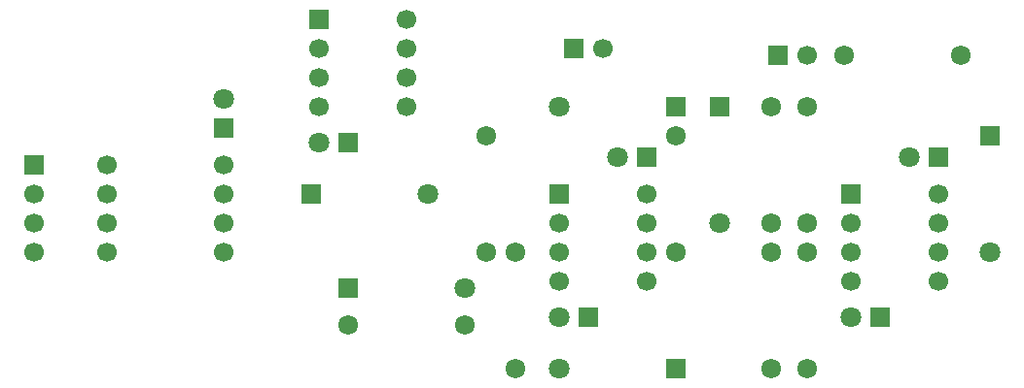
<source format=gbr>
G04 DipTrace 3.1.0.1*
G04 TopMask.gbr*
%MOIN*%
G04 #@! TF.FileFunction,Soldermask,Top*
G04 #@! TF.Part,Single*
%ADD30C,0.066929*%
%ADD36C,0.067874*%
%ADD38C,0.067874*%
%ADD40C,0.066929*%
%ADD42R,0.066929X0.066929*%
%ADD44R,0.070866X0.070866*%
%ADD46C,0.070866*%
%FSLAX26Y26*%
G04*
G70*
G90*
G75*
G01*
G04 TopMask*
%LPD*%
D46*
X1943701Y1193701D3*
D44*
X1543701D3*
D46*
X2068701Y868701D3*
D44*
X1668701D3*
D46*
X2393701Y593701D3*
D44*
X2793701D3*
D46*
X2393701Y1493701D3*
D44*
X2793701D3*
D46*
X2943701Y1093701D3*
D44*
Y1493701D3*
D46*
X3868701Y993701D3*
D44*
Y1393701D3*
D46*
X2593701Y1318701D3*
D44*
X2693701D3*
D46*
X3593701D3*
D44*
X3693701D3*
D46*
X2393701Y768701D3*
D44*
X2493701D3*
D46*
X3393701D3*
D44*
X3493701D3*
D46*
X1568701Y1368701D3*
D44*
X1668701D3*
D42*
X2443701Y1693701D3*
D40*
X2543701D3*
D42*
X3143701Y1668701D3*
D40*
X3243701D3*
D42*
X593701Y1293701D3*
D40*
Y1193701D3*
Y1093701D3*
Y993701D3*
D38*
X2068701Y743701D3*
D36*
X1668701D3*
D38*
X2243701Y593701D3*
D36*
Y993701D3*
D38*
X2143701D3*
D36*
Y1393701D3*
D38*
X2793701D3*
D36*
Y993701D3*
D38*
X3118701Y1093701D3*
D36*
Y1493701D3*
D38*
X3243701Y993701D3*
D36*
Y593701D3*
D38*
X3118701Y993701D3*
D36*
Y593701D3*
D38*
X3243701Y1493701D3*
D36*
Y1093701D3*
D38*
X3368701Y1668701D3*
D36*
X3768701D3*
D42*
X2393701Y1193701D3*
D40*
Y1093701D3*
Y993701D3*
Y893701D3*
X2693701D3*
Y993701D3*
Y1093701D3*
Y1193701D3*
D42*
X3393701D3*
D40*
Y1093701D3*
Y993701D3*
Y893701D3*
X3693701D3*
Y993701D3*
Y1093701D3*
Y1193701D3*
D42*
X1568701Y1793701D3*
D40*
Y1693701D3*
Y1593701D3*
Y1493701D3*
X1868701D3*
Y1593701D3*
Y1693701D3*
Y1793701D3*
D30*
X843701Y1293701D3*
Y1193701D3*
Y1093701D3*
Y993701D3*
X1243701D3*
Y1093701D3*
Y1193701D3*
Y1293701D3*
D46*
Y1518701D3*
D44*
Y1418701D3*
M02*

</source>
